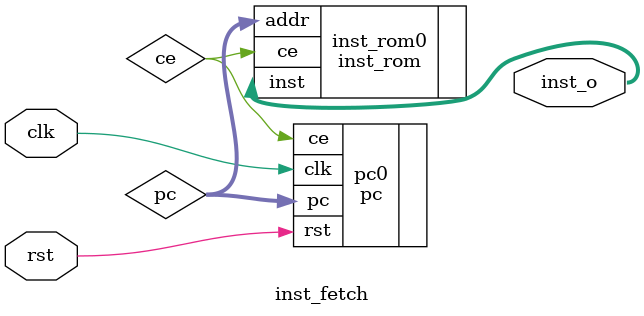
<source format=v>
`timescale 1ns / 1ps


module inst_fetch(
           input wire rst,
           input wire clk,
           output wire[31:0] inst_o
       );


wire [31:0] pc;
wire ce;
pc pc0(.clk(clk),.rst(rst),.pc(pc),.ce(ce));
inst_rom inst_rom0(.ce(ce),.addr(pc),.inst(inst_o));
endmodule

</source>
